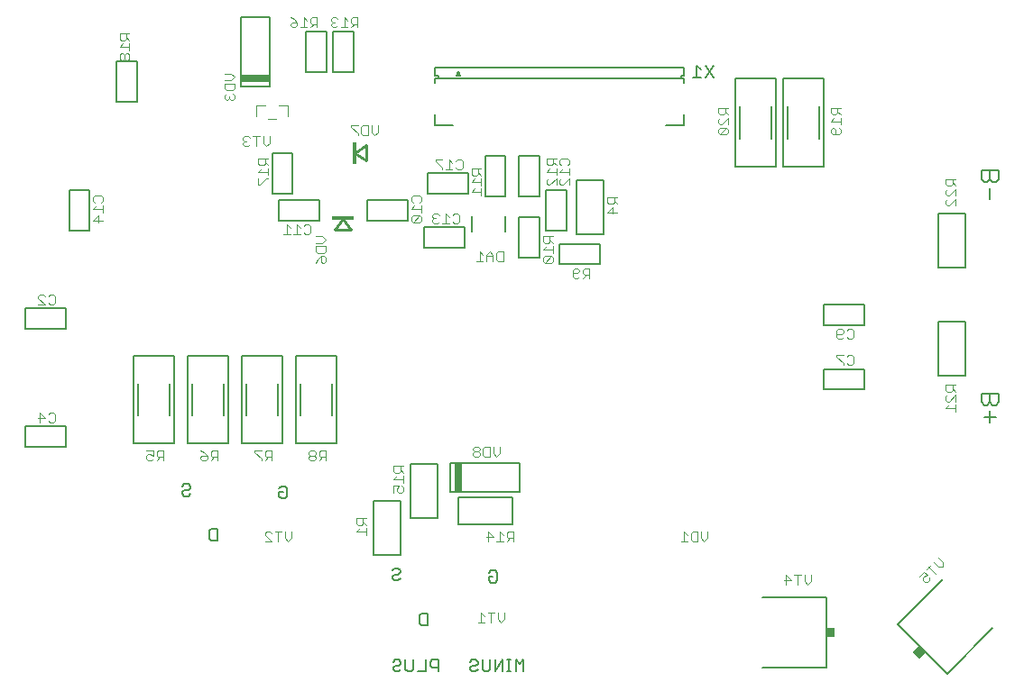
<source format=gbo>
G75*
%MOIN*%
%OFA0B0*%
%FSLAX25Y25*%
%IPPOS*%
%LPD*%
%AMOC8*
5,1,8,0,0,1.08239X$1,22.5*
%
%ADD10C,0.00600*%
%ADD11C,0.00500*%
%ADD12C,0.00400*%
%ADD13R,0.10000X0.02500*%
%ADD14C,0.00800*%
%ADD15R,0.03400X0.03000*%
%ADD16R,0.03000X0.03400*%
%ADD17C,0.00700*%
%ADD18R,0.02500X0.10000*%
%ADD19C,0.01000*%
%ADD20R,0.01181X0.08268*%
%ADD21R,0.08268X0.01181*%
D10*
X0087890Y0079475D02*
X0087890Y0082411D01*
X0088624Y0083145D01*
X0090826Y0083145D01*
X0090826Y0078741D01*
X0088624Y0078741D01*
X0087890Y0079475D01*
X0080092Y0095276D02*
X0080826Y0096010D01*
X0080092Y0095276D02*
X0078624Y0095276D01*
X0077890Y0096010D01*
X0077890Y0096744D01*
X0078624Y0097478D01*
X0080092Y0097478D01*
X0080826Y0098212D01*
X0080826Y0098946D01*
X0080092Y0099680D01*
X0078624Y0099680D01*
X0077890Y0098946D01*
X0113638Y0098159D02*
X0114372Y0098893D01*
X0115840Y0098893D01*
X0116574Y0098159D01*
X0116574Y0095223D01*
X0115840Y0094489D01*
X0114372Y0094489D01*
X0113638Y0095223D01*
X0113638Y0096691D01*
X0115106Y0096691D01*
X0113049Y0125102D02*
X0113049Y0136799D01*
X0121451Y0136799D02*
X0121451Y0125102D01*
X0133049Y0125102D02*
X0133049Y0136799D01*
X0101451Y0136799D02*
X0101451Y0125102D01*
X0093049Y0125102D02*
X0093049Y0136799D01*
X0081451Y0136799D02*
X0081451Y0125102D01*
X0073049Y0125102D02*
X0073049Y0136799D01*
X0061451Y0136799D02*
X0061451Y0125102D01*
X0155390Y0067696D02*
X0156124Y0068430D01*
X0157592Y0068430D01*
X0158326Y0067696D01*
X0158326Y0066962D01*
X0157592Y0066228D01*
X0156124Y0066228D01*
X0155390Y0065494D01*
X0155390Y0064760D01*
X0156124Y0064026D01*
X0157592Y0064026D01*
X0158326Y0064760D01*
X0166124Y0051895D02*
X0168326Y0051895D01*
X0168326Y0047491D01*
X0166124Y0047491D01*
X0165390Y0048225D01*
X0165390Y0051161D01*
X0166124Y0051895D01*
X0191138Y0063973D02*
X0191138Y0065441D01*
X0192606Y0065441D01*
X0191138Y0066909D02*
X0191872Y0067643D01*
X0193340Y0067643D01*
X0194074Y0066909D01*
X0194074Y0063973D01*
X0193340Y0063239D01*
X0191872Y0063239D01*
X0191138Y0063973D01*
X0197079Y0193193D02*
X0197079Y0198803D01*
X0184921Y0198803D02*
X0184921Y0193193D01*
X0266514Y0250050D02*
X0269450Y0250050D01*
X0267982Y0250050D02*
X0267982Y0254454D01*
X0269450Y0252986D01*
X0271118Y0254454D02*
X0274054Y0250050D01*
X0271118Y0250050D02*
X0274054Y0254454D01*
X0283951Y0239299D02*
X0283951Y0227602D01*
X0295549Y0227602D02*
X0295549Y0239299D01*
X0301451Y0239299D02*
X0301451Y0227602D01*
X0313049Y0227602D02*
X0313049Y0239299D01*
X0373045Y0215700D02*
X0373045Y0212497D01*
X0374112Y0211430D01*
X0375180Y0211430D01*
X0376247Y0212497D01*
X0376247Y0215700D01*
X0373045Y0215700D02*
X0379450Y0215700D01*
X0379450Y0212497D01*
X0378382Y0211430D01*
X0377315Y0211430D01*
X0376247Y0212497D01*
X0376247Y0209255D02*
X0376247Y0204984D01*
X0376247Y0133200D02*
X0376247Y0129997D01*
X0377315Y0128930D01*
X0378382Y0128930D01*
X0379450Y0129997D01*
X0379450Y0133200D01*
X0373045Y0133200D01*
X0373045Y0129997D01*
X0374112Y0128930D01*
X0375180Y0128930D01*
X0376247Y0129997D01*
X0376247Y0126755D02*
X0376247Y0122484D01*
X0374112Y0124619D02*
X0378382Y0124619D01*
D11*
X0367250Y0139750D02*
X0357250Y0139750D01*
X0357250Y0159750D01*
X0367250Y0159750D01*
X0367250Y0139750D01*
X0329750Y0142250D02*
X0329750Y0134750D01*
X0314750Y0134750D01*
X0314750Y0142250D01*
X0329750Y0142250D01*
X0329750Y0158500D02*
X0314750Y0158500D01*
X0314750Y0166000D01*
X0329750Y0166000D01*
X0329750Y0158500D01*
X0357250Y0179750D02*
X0357250Y0199750D01*
X0367250Y0199750D01*
X0367250Y0179750D01*
X0357250Y0179750D01*
X0314750Y0217250D02*
X0299750Y0217250D01*
X0299750Y0249750D01*
X0314750Y0249750D01*
X0314750Y0217250D01*
X0297250Y0217250D02*
X0282250Y0217250D01*
X0282250Y0249750D01*
X0297250Y0249750D01*
X0297250Y0217250D01*
X0233500Y0212250D02*
X0233500Y0192250D01*
X0223500Y0192250D01*
X0223500Y0212250D01*
X0233500Y0212250D01*
X0219750Y0208500D02*
X0219750Y0193500D01*
X0212250Y0193500D01*
X0212250Y0208500D01*
X0219750Y0208500D01*
X0209750Y0206000D02*
X0202250Y0206000D01*
X0202250Y0221000D01*
X0209750Y0221000D01*
X0209750Y0206000D01*
X0209750Y0198500D02*
X0202250Y0198500D01*
X0202250Y0183500D01*
X0209750Y0183500D01*
X0209750Y0198500D01*
X0197250Y0206000D02*
X0189750Y0206000D01*
X0189750Y0221000D01*
X0197250Y0221000D01*
X0197250Y0206000D01*
X0183500Y0207250D02*
X0168500Y0207250D01*
X0168500Y0214750D01*
X0183500Y0214750D01*
X0183500Y0207250D01*
X0182250Y0194750D02*
X0167250Y0194750D01*
X0167250Y0187250D01*
X0182250Y0187250D01*
X0182250Y0194750D01*
X0161000Y0197250D02*
X0161000Y0204750D01*
X0146000Y0204750D01*
X0146000Y0197250D01*
X0161000Y0197250D01*
X0128500Y0197250D02*
X0113500Y0197250D01*
X0113500Y0204750D01*
X0128500Y0204750D01*
X0128500Y0197250D01*
X0118500Y0207250D02*
X0111000Y0207250D01*
X0111000Y0222250D01*
X0118500Y0222250D01*
X0118500Y0207250D01*
X0110062Y0246937D02*
X0099437Y0246937D01*
X0099437Y0272563D01*
X0110062Y0272563D01*
X0110062Y0246937D01*
X0123500Y0252250D02*
X0131000Y0252250D01*
X0131000Y0267250D01*
X0123500Y0267250D01*
X0123500Y0252250D01*
X0133500Y0252250D02*
X0133500Y0267250D01*
X0141000Y0267250D01*
X0141000Y0252250D01*
X0133500Y0252250D01*
X0061000Y0256000D02*
X0061000Y0241000D01*
X0053500Y0241000D01*
X0053500Y0256000D01*
X0061000Y0256000D01*
X0043500Y0208500D02*
X0036000Y0208500D01*
X0036000Y0193500D01*
X0043500Y0193500D01*
X0043500Y0208500D01*
X0034750Y0164750D02*
X0019750Y0164750D01*
X0019750Y0157250D01*
X0034750Y0157250D01*
X0034750Y0164750D01*
X0059750Y0147250D02*
X0074750Y0147250D01*
X0074750Y0114750D01*
X0059750Y0114750D01*
X0059750Y0147250D01*
X0079750Y0147250D02*
X0094750Y0147250D01*
X0094750Y0114750D01*
X0079750Y0114750D01*
X0079750Y0147250D01*
X0099750Y0147250D02*
X0114750Y0147250D01*
X0114750Y0114750D01*
X0099750Y0114750D01*
X0099750Y0147250D01*
X0119750Y0147250D02*
X0134750Y0147250D01*
X0134750Y0114750D01*
X0119750Y0114750D01*
X0119750Y0147250D01*
X0162250Y0107250D02*
X0172250Y0107250D01*
X0172250Y0087250D01*
X0162250Y0087250D01*
X0162250Y0107250D01*
X0176937Y0107562D02*
X0176937Y0096937D01*
X0202562Y0096937D01*
X0202562Y0107562D01*
X0176937Y0107562D01*
X0179750Y0094750D02*
X0179750Y0084750D01*
X0199750Y0084750D01*
X0199750Y0094750D01*
X0179750Y0094750D01*
X0158500Y0093500D02*
X0158500Y0073500D01*
X0148500Y0073500D01*
X0148500Y0093500D01*
X0158500Y0093500D01*
X0034750Y0113500D02*
X0019750Y0113500D01*
X0019750Y0121000D01*
X0034750Y0121000D01*
X0034750Y0113500D01*
X0217250Y0181000D02*
X0217250Y0188500D01*
X0232250Y0188500D01*
X0232250Y0181000D01*
X0217250Y0181000D01*
D12*
X0214800Y0182157D02*
X0214800Y0183358D01*
X0214199Y0183958D01*
X0211797Y0181556D01*
X0214199Y0181556D01*
X0214800Y0182157D01*
X0214199Y0183958D02*
X0211797Y0183958D01*
X0211197Y0183358D01*
X0211197Y0182157D01*
X0211797Y0181556D01*
X0214800Y0185240D02*
X0214800Y0187642D01*
X0214800Y0186441D02*
X0211197Y0186441D01*
X0212398Y0187642D01*
X0211797Y0188923D02*
X0212998Y0188923D01*
X0213599Y0189523D01*
X0213599Y0191325D01*
X0214800Y0191325D02*
X0211197Y0191325D01*
X0211197Y0189523D01*
X0211797Y0188923D01*
X0213599Y0190124D02*
X0214800Y0188923D01*
X0222748Y0179553D02*
X0223949Y0179553D01*
X0224550Y0178953D01*
X0224550Y0178352D01*
X0223949Y0177752D01*
X0222148Y0177752D01*
X0222148Y0176551D02*
X0222148Y0178953D01*
X0222748Y0179553D01*
X0222148Y0176551D02*
X0222748Y0175950D01*
X0223949Y0175950D01*
X0224550Y0176551D01*
X0225831Y0175950D02*
X0227032Y0177151D01*
X0226432Y0177151D02*
X0228233Y0177151D01*
X0228233Y0175950D02*
X0228233Y0179553D01*
X0226432Y0179553D01*
X0225831Y0178953D01*
X0225831Y0177752D01*
X0226432Y0177151D01*
X0234947Y0200248D02*
X0236748Y0202050D01*
X0236748Y0199648D01*
X0234947Y0200248D02*
X0238550Y0200248D01*
X0238550Y0203331D02*
X0237349Y0204532D01*
X0237349Y0203932D02*
X0237349Y0205733D01*
X0238550Y0205733D02*
X0234947Y0205733D01*
X0234947Y0203932D01*
X0235547Y0203331D01*
X0236748Y0203331D01*
X0237349Y0203932D01*
X0220800Y0210306D02*
X0220800Y0212708D01*
X0218398Y0210306D01*
X0217797Y0210306D01*
X0217197Y0210907D01*
X0217197Y0212108D01*
X0217797Y0212708D01*
X0216050Y0212708D02*
X0213648Y0210306D01*
X0213047Y0210306D01*
X0212447Y0210907D01*
X0212447Y0212108D01*
X0213047Y0212708D01*
X0212447Y0215191D02*
X0216050Y0215191D01*
X0217197Y0215191D02*
X0218398Y0216392D01*
X0217797Y0217673D02*
X0217197Y0218273D01*
X0217197Y0219474D01*
X0217797Y0220075D01*
X0220199Y0220075D01*
X0220800Y0219474D01*
X0220800Y0218273D01*
X0220199Y0217673D01*
X0220800Y0216392D02*
X0220800Y0213990D01*
X0220800Y0215191D02*
X0217197Y0215191D01*
X0216050Y0216392D02*
X0216050Y0213990D01*
X0216050Y0212708D02*
X0216050Y0210306D01*
X0212447Y0215191D02*
X0213648Y0216392D01*
X0214248Y0217673D02*
X0214849Y0218273D01*
X0214849Y0220075D01*
X0216050Y0220075D02*
X0212447Y0220075D01*
X0212447Y0218273D01*
X0213047Y0217673D01*
X0214248Y0217673D01*
X0214849Y0218874D02*
X0216050Y0217673D01*
X0188300Y0216325D02*
X0184697Y0216325D01*
X0184697Y0214523D01*
X0185297Y0213923D01*
X0186498Y0213923D01*
X0187099Y0214523D01*
X0187099Y0216325D01*
X0187099Y0215124D02*
X0188300Y0213923D01*
X0188300Y0212642D02*
X0188300Y0210240D01*
X0188300Y0211441D02*
X0184697Y0211441D01*
X0185898Y0212642D01*
X0181325Y0216801D02*
X0180724Y0216200D01*
X0179523Y0216200D01*
X0178923Y0216801D01*
X0177642Y0216200D02*
X0175240Y0216200D01*
X0176441Y0216200D02*
X0176441Y0219803D01*
X0177642Y0218602D01*
X0178923Y0219203D02*
X0179523Y0219803D01*
X0180724Y0219803D01*
X0181325Y0219203D01*
X0181325Y0216801D01*
X0173958Y0216801D02*
X0173958Y0216200D01*
X0173958Y0216801D02*
X0171556Y0219203D01*
X0171556Y0219803D01*
X0173958Y0219803D01*
X0185898Y0208958D02*
X0184697Y0207757D01*
X0188300Y0207757D01*
X0188300Y0208958D02*
X0188300Y0206556D01*
X0180075Y0199203D02*
X0180075Y0196801D01*
X0179474Y0196200D01*
X0178273Y0196200D01*
X0177673Y0196801D01*
X0176392Y0196200D02*
X0173990Y0196200D01*
X0175191Y0196200D02*
X0175191Y0199803D01*
X0176392Y0198602D01*
X0177673Y0199203D02*
X0178273Y0199803D01*
X0179474Y0199803D01*
X0180075Y0199203D01*
X0172708Y0199203D02*
X0172108Y0199803D01*
X0170907Y0199803D01*
X0170306Y0199203D01*
X0170306Y0198602D01*
X0170907Y0198002D01*
X0170306Y0197401D01*
X0170306Y0196801D01*
X0170907Y0196200D01*
X0172108Y0196200D01*
X0172708Y0196801D01*
X0171507Y0198002D02*
X0170907Y0198002D01*
X0166050Y0198358D02*
X0165449Y0198958D01*
X0163047Y0196556D01*
X0165449Y0196556D01*
X0166050Y0197157D01*
X0166050Y0198358D01*
X0165449Y0198958D02*
X0163047Y0198958D01*
X0162447Y0198358D01*
X0162447Y0197157D01*
X0163047Y0196556D01*
X0166050Y0200240D02*
X0166050Y0202642D01*
X0166050Y0201441D02*
X0162447Y0201441D01*
X0163648Y0202642D01*
X0163047Y0203923D02*
X0162447Y0204523D01*
X0162447Y0205724D01*
X0163047Y0206325D01*
X0165449Y0206325D01*
X0166050Y0205724D01*
X0166050Y0204523D01*
X0165449Y0203923D01*
X0187757Y0185803D02*
X0187757Y0182200D01*
X0188958Y0182200D02*
X0186556Y0182200D01*
X0188958Y0184602D02*
X0187757Y0185803D01*
X0190240Y0184602D02*
X0190240Y0182200D01*
X0190240Y0184002D02*
X0192642Y0184002D01*
X0192642Y0184602D02*
X0191441Y0185803D01*
X0190240Y0184602D01*
X0192642Y0184602D02*
X0192642Y0182200D01*
X0193923Y0182801D02*
X0193923Y0185203D01*
X0194523Y0185803D01*
X0196325Y0185803D01*
X0196325Y0182200D01*
X0194523Y0182200D01*
X0193923Y0182801D01*
X0130800Y0183358D02*
X0130800Y0182157D01*
X0130199Y0181556D01*
X0129599Y0181556D01*
X0128998Y0182157D01*
X0128998Y0183958D01*
X0130199Y0183958D01*
X0130800Y0183358D01*
X0128998Y0183958D02*
X0127797Y0182757D01*
X0127197Y0181556D01*
X0127797Y0185240D02*
X0127197Y0185840D01*
X0127197Y0187642D01*
X0130800Y0187642D01*
X0130800Y0185840D01*
X0130199Y0185240D01*
X0127797Y0185240D01*
X0127197Y0188923D02*
X0129599Y0188923D01*
X0130800Y0190124D01*
X0129599Y0191325D01*
X0127197Y0191325D01*
X0125075Y0192801D02*
X0124474Y0192200D01*
X0123273Y0192200D01*
X0122673Y0192801D01*
X0121392Y0192200D02*
X0118990Y0192200D01*
X0120191Y0192200D02*
X0120191Y0195803D01*
X0121392Y0194602D01*
X0122673Y0195203D02*
X0123273Y0195803D01*
X0124474Y0195803D01*
X0125075Y0195203D01*
X0125075Y0192801D01*
X0117708Y0192200D02*
X0115306Y0192200D01*
X0116507Y0192200D02*
X0116507Y0195803D01*
X0117708Y0194602D01*
X0106547Y0210306D02*
X0105947Y0210306D01*
X0105947Y0212708D01*
X0106547Y0210306D02*
X0108949Y0212708D01*
X0109550Y0212708D01*
X0109550Y0213990D02*
X0109550Y0216392D01*
X0109550Y0215191D02*
X0105947Y0215191D01*
X0107148Y0216392D01*
X0107748Y0217673D02*
X0108349Y0218273D01*
X0108349Y0220075D01*
X0109550Y0220075D02*
X0105947Y0220075D01*
X0105947Y0218273D01*
X0106547Y0217673D01*
X0107748Y0217673D01*
X0108349Y0218874D02*
X0109550Y0217673D01*
X0108874Y0224700D02*
X0107673Y0225901D01*
X0107673Y0228303D01*
X0106392Y0228303D02*
X0103990Y0228303D01*
X0105191Y0228303D02*
X0105191Y0224700D01*
X0102708Y0225301D02*
X0102108Y0224700D01*
X0100907Y0224700D01*
X0100306Y0225301D01*
X0100306Y0225901D01*
X0100907Y0226502D01*
X0101507Y0226502D01*
X0100907Y0226502D02*
X0100306Y0227102D01*
X0100306Y0227703D01*
X0100907Y0228303D01*
X0102108Y0228303D01*
X0102708Y0227703D01*
X0108874Y0224700D02*
X0110075Y0225901D01*
X0110075Y0228303D01*
X0109500Y0234750D02*
X0112500Y0234750D01*
X0116709Y0235691D02*
X0116709Y0239809D01*
X0113362Y0239809D01*
X0108638Y0239809D02*
X0105291Y0239809D01*
X0105291Y0235691D01*
X0097050Y0242423D02*
X0097050Y0243624D01*
X0096449Y0244225D01*
X0096449Y0245506D02*
X0094047Y0245506D01*
X0093447Y0246107D01*
X0093447Y0247908D01*
X0097050Y0247908D01*
X0097050Y0246107D01*
X0096449Y0245506D01*
X0094047Y0244225D02*
X0093447Y0243624D01*
X0093447Y0242423D01*
X0094047Y0241823D01*
X0094648Y0241823D01*
X0095248Y0242423D01*
X0095849Y0241823D01*
X0096449Y0241823D01*
X0097050Y0242423D01*
X0095248Y0242423D02*
X0095248Y0243024D01*
X0095849Y0249189D02*
X0093447Y0249189D01*
X0095849Y0249189D02*
X0097050Y0250390D01*
X0095849Y0251591D01*
X0093447Y0251591D01*
X0117806Y0269301D02*
X0117806Y0269901D01*
X0118407Y0270502D01*
X0120208Y0270502D01*
X0120208Y0269301D01*
X0119608Y0268700D01*
X0118407Y0268700D01*
X0117806Y0269301D01*
X0119007Y0271703D02*
X0117806Y0272303D01*
X0119007Y0271703D02*
X0120208Y0270502D01*
X0121490Y0268700D02*
X0123892Y0268700D01*
X0122691Y0268700D02*
X0122691Y0272303D01*
X0123892Y0271102D01*
X0125173Y0270502D02*
X0125773Y0269901D01*
X0127575Y0269901D01*
X0127575Y0268700D02*
X0127575Y0272303D01*
X0125773Y0272303D01*
X0125173Y0271703D01*
X0125173Y0270502D01*
X0126374Y0269901D02*
X0125173Y0268700D01*
X0132806Y0269301D02*
X0133407Y0268700D01*
X0134608Y0268700D01*
X0135208Y0269301D01*
X0136490Y0268700D02*
X0138892Y0268700D01*
X0137691Y0268700D02*
X0137691Y0272303D01*
X0138892Y0271102D01*
X0140173Y0270502D02*
X0140773Y0269901D01*
X0142575Y0269901D01*
X0142575Y0268700D02*
X0142575Y0272303D01*
X0140773Y0272303D01*
X0140173Y0271703D01*
X0140173Y0270502D01*
X0141374Y0269901D02*
X0140173Y0268700D01*
X0135208Y0271703D02*
X0134608Y0272303D01*
X0133407Y0272303D01*
X0132806Y0271703D01*
X0132806Y0271102D01*
X0133407Y0270502D01*
X0132806Y0269901D01*
X0132806Y0269301D01*
X0133407Y0270502D02*
X0134007Y0270502D01*
X0140306Y0232303D02*
X0140306Y0231703D01*
X0142708Y0229301D01*
X0142708Y0228700D01*
X0143990Y0229301D02*
X0143990Y0231703D01*
X0144590Y0232303D01*
X0146392Y0232303D01*
X0146392Y0228700D01*
X0144590Y0228700D01*
X0143990Y0229301D01*
X0142708Y0232303D02*
X0140306Y0232303D01*
X0147673Y0232303D02*
X0147673Y0229901D01*
X0148874Y0228700D01*
X0150075Y0229901D01*
X0150075Y0232303D01*
X0058300Y0257157D02*
X0058300Y0258358D01*
X0057699Y0258958D01*
X0057099Y0258958D01*
X0056498Y0258358D01*
X0056498Y0257157D01*
X0057099Y0256556D01*
X0057699Y0256556D01*
X0058300Y0257157D01*
X0056498Y0257157D02*
X0055898Y0256556D01*
X0055297Y0256556D01*
X0054697Y0257157D01*
X0054697Y0258358D01*
X0055297Y0258958D01*
X0055898Y0258958D01*
X0056498Y0258358D01*
X0058300Y0260240D02*
X0058300Y0262642D01*
X0058300Y0261441D02*
X0054697Y0261441D01*
X0055898Y0262642D01*
X0056498Y0263923D02*
X0057099Y0264523D01*
X0057099Y0266325D01*
X0058300Y0266325D02*
X0054697Y0266325D01*
X0054697Y0264523D01*
X0055297Y0263923D01*
X0056498Y0263923D01*
X0057099Y0265124D02*
X0058300Y0263923D01*
X0047949Y0206325D02*
X0048550Y0205724D01*
X0048550Y0204523D01*
X0047949Y0203923D01*
X0048550Y0202642D02*
X0048550Y0200240D01*
X0048550Y0201441D02*
X0044947Y0201441D01*
X0046148Y0202642D01*
X0045547Y0203923D02*
X0044947Y0204523D01*
X0044947Y0205724D01*
X0045547Y0206325D01*
X0047949Y0206325D01*
X0046748Y0198958D02*
X0046748Y0196556D01*
X0044947Y0197157D02*
X0048550Y0197157D01*
X0046748Y0198958D02*
X0044947Y0197157D01*
X0030133Y0169803D02*
X0030733Y0169203D01*
X0030733Y0166801D01*
X0030133Y0166200D01*
X0028932Y0166200D01*
X0028331Y0166801D01*
X0027050Y0166200D02*
X0024648Y0168602D01*
X0024648Y0169203D01*
X0025248Y0169803D01*
X0026449Y0169803D01*
X0027050Y0169203D01*
X0028331Y0169203D02*
X0028932Y0169803D01*
X0030133Y0169803D01*
X0027050Y0166200D02*
X0024648Y0166200D01*
X0025248Y0126053D02*
X0027050Y0124252D01*
X0024648Y0124252D01*
X0025248Y0126053D02*
X0025248Y0122450D01*
X0028331Y0123051D02*
X0028932Y0122450D01*
X0030133Y0122450D01*
X0030733Y0123051D01*
X0030733Y0125453D01*
X0030133Y0126053D01*
X0028932Y0126053D01*
X0028331Y0125453D01*
X0064648Y0112053D02*
X0067050Y0112053D01*
X0067050Y0110252D01*
X0065849Y0110852D01*
X0065248Y0110852D01*
X0064648Y0110252D01*
X0064648Y0109051D01*
X0065248Y0108450D01*
X0066449Y0108450D01*
X0067050Y0109051D01*
X0068331Y0108450D02*
X0069532Y0109651D01*
X0068932Y0109651D02*
X0070733Y0109651D01*
X0070733Y0108450D02*
X0070733Y0112053D01*
X0068932Y0112053D01*
X0068331Y0111453D01*
X0068331Y0110252D01*
X0068932Y0109651D01*
X0084648Y0109651D02*
X0084648Y0109051D01*
X0085248Y0108450D01*
X0086449Y0108450D01*
X0087050Y0109051D01*
X0087050Y0110252D01*
X0085248Y0110252D01*
X0084648Y0109651D01*
X0085849Y0111453D02*
X0087050Y0110252D01*
X0088331Y0110252D02*
X0088932Y0109651D01*
X0090733Y0109651D01*
X0089532Y0109651D02*
X0088331Y0108450D01*
X0088331Y0110252D02*
X0088331Y0111453D01*
X0088932Y0112053D01*
X0090733Y0112053D01*
X0090733Y0108450D01*
X0085849Y0111453D02*
X0084648Y0112053D01*
X0104648Y0112053D02*
X0104648Y0111453D01*
X0107050Y0109051D01*
X0107050Y0108450D01*
X0108331Y0108450D02*
X0109532Y0109651D01*
X0108932Y0109651D02*
X0110733Y0109651D01*
X0110733Y0108450D02*
X0110733Y0112053D01*
X0108932Y0112053D01*
X0108331Y0111453D01*
X0108331Y0110252D01*
X0108932Y0109651D01*
X0107050Y0112053D02*
X0104648Y0112053D01*
X0124648Y0111453D02*
X0124648Y0110852D01*
X0125248Y0110252D01*
X0126449Y0110252D01*
X0127050Y0110852D01*
X0127050Y0111453D01*
X0126449Y0112053D01*
X0125248Y0112053D01*
X0124648Y0111453D01*
X0125248Y0110252D02*
X0124648Y0109651D01*
X0124648Y0109051D01*
X0125248Y0108450D01*
X0126449Y0108450D01*
X0127050Y0109051D01*
X0127050Y0109651D01*
X0126449Y0110252D01*
X0128331Y0110252D02*
X0128932Y0109651D01*
X0130733Y0109651D01*
X0129532Y0109651D02*
X0128331Y0108450D01*
X0128331Y0110252D02*
X0128331Y0111453D01*
X0128932Y0112053D01*
X0130733Y0112053D01*
X0130733Y0108450D01*
X0142197Y0086983D02*
X0142197Y0085182D01*
X0142797Y0084581D01*
X0143998Y0084581D01*
X0144599Y0085182D01*
X0144599Y0086983D01*
X0144599Y0085782D02*
X0145800Y0084581D01*
X0145800Y0083300D02*
X0145800Y0080898D01*
X0145800Y0082099D02*
X0142197Y0082099D01*
X0143398Y0083300D01*
X0142197Y0086983D02*
X0145800Y0086983D01*
X0155947Y0096556D02*
X0155947Y0098958D01*
X0157748Y0098958D01*
X0157148Y0097757D01*
X0157148Y0097157D01*
X0157748Y0096556D01*
X0158949Y0096556D01*
X0159550Y0097157D01*
X0159550Y0098358D01*
X0158949Y0098958D01*
X0159550Y0100240D02*
X0159550Y0102642D01*
X0159550Y0101441D02*
X0155947Y0101441D01*
X0157148Y0102642D01*
X0157748Y0103923D02*
X0158349Y0104523D01*
X0158349Y0106325D01*
X0159550Y0106325D02*
X0155947Y0106325D01*
X0155947Y0104523D01*
X0156547Y0103923D01*
X0157748Y0103923D01*
X0158349Y0105124D02*
X0159550Y0103923D01*
X0185306Y0110551D02*
X0185907Y0109950D01*
X0187108Y0109950D01*
X0187708Y0110551D01*
X0187708Y0111151D01*
X0187108Y0111752D01*
X0185907Y0111752D01*
X0185306Y0111151D01*
X0185306Y0110551D01*
X0185907Y0111752D02*
X0185306Y0112352D01*
X0185306Y0112953D01*
X0185907Y0113553D01*
X0187108Y0113553D01*
X0187708Y0112953D01*
X0187708Y0112352D01*
X0187108Y0111752D01*
X0188990Y0112953D02*
X0189590Y0113553D01*
X0191392Y0113553D01*
X0191392Y0109950D01*
X0189590Y0109950D01*
X0188990Y0110551D01*
X0188990Y0112953D01*
X0192673Y0113553D02*
X0192673Y0111151D01*
X0193874Y0109950D01*
X0195075Y0111151D01*
X0195075Y0113553D01*
X0195191Y0082053D02*
X0195191Y0078450D01*
X0196392Y0078450D02*
X0193990Y0078450D01*
X0192708Y0080252D02*
X0190306Y0080252D01*
X0190907Y0082053D02*
X0190907Y0078450D01*
X0192708Y0080252D02*
X0190907Y0082053D01*
X0195191Y0082053D02*
X0196392Y0080852D01*
X0197673Y0080252D02*
X0198273Y0079651D01*
X0200075Y0079651D01*
X0200075Y0078450D02*
X0200075Y0082053D01*
X0198273Y0082053D01*
X0197673Y0081453D01*
X0197673Y0080252D01*
X0198874Y0079651D02*
X0197673Y0078450D01*
X0196849Y0052053D02*
X0196849Y0049651D01*
X0195648Y0048450D01*
X0194447Y0049651D01*
X0194447Y0052053D01*
X0193166Y0052053D02*
X0190764Y0052053D01*
X0191965Y0052053D02*
X0191965Y0048450D01*
X0189483Y0048450D02*
X0187081Y0048450D01*
X0188282Y0048450D02*
X0188282Y0052053D01*
X0189483Y0050852D01*
X0118099Y0079651D02*
X0116898Y0078450D01*
X0115697Y0079651D01*
X0115697Y0082053D01*
X0114416Y0082053D02*
X0112014Y0082053D01*
X0113215Y0082053D02*
X0113215Y0078450D01*
X0110733Y0078450D02*
X0108331Y0080852D01*
X0108331Y0081453D01*
X0108932Y0082053D01*
X0110133Y0082053D01*
X0110733Y0081453D01*
X0110733Y0078450D02*
X0108331Y0078450D01*
X0118099Y0079651D02*
X0118099Y0082053D01*
X0262081Y0078450D02*
X0264483Y0078450D01*
X0263282Y0078450D02*
X0263282Y0082053D01*
X0264483Y0080852D01*
X0265764Y0081453D02*
X0266365Y0082053D01*
X0268166Y0082053D01*
X0268166Y0078450D01*
X0266365Y0078450D01*
X0265764Y0079051D01*
X0265764Y0081453D01*
X0269447Y0082053D02*
X0269447Y0079651D01*
X0270648Y0078450D01*
X0271849Y0079651D01*
X0271849Y0082053D01*
X0300907Y0066053D02*
X0300907Y0062450D01*
X0300306Y0064252D02*
X0302708Y0064252D01*
X0300907Y0066053D01*
X0303990Y0066053D02*
X0306392Y0066053D01*
X0305191Y0066053D02*
X0305191Y0062450D01*
X0307673Y0063651D02*
X0307673Y0066053D01*
X0310075Y0066053D02*
X0310075Y0063651D01*
X0308874Y0062450D01*
X0307673Y0063651D01*
X0350169Y0065547D02*
X0351867Y0067246D01*
X0353141Y0065972D01*
X0351867Y0065547D01*
X0351443Y0065122D01*
X0351443Y0064273D01*
X0352292Y0063424D01*
X0353141Y0063424D01*
X0353990Y0064273D01*
X0353990Y0065122D01*
X0356170Y0066453D02*
X0353622Y0069001D01*
X0354472Y0069850D02*
X0352773Y0068151D01*
X0355377Y0070756D02*
X0357076Y0069057D01*
X0358774Y0069057D01*
X0358774Y0070756D01*
X0357076Y0072454D01*
X0363550Y0126556D02*
X0363550Y0128958D01*
X0363550Y0127757D02*
X0359947Y0127757D01*
X0361148Y0128958D01*
X0361148Y0130240D02*
X0360547Y0130240D01*
X0359947Y0130840D01*
X0359947Y0132041D01*
X0360547Y0132642D01*
X0360547Y0133923D02*
X0361748Y0133923D01*
X0362349Y0134523D01*
X0362349Y0136325D01*
X0363550Y0136325D02*
X0359947Y0136325D01*
X0359947Y0134523D01*
X0360547Y0133923D01*
X0362349Y0135124D02*
X0363550Y0133923D01*
X0363550Y0132642D02*
X0361148Y0130240D01*
X0363550Y0130240D02*
X0363550Y0132642D01*
X0325733Y0144301D02*
X0325133Y0143700D01*
X0323932Y0143700D01*
X0323331Y0144301D01*
X0322050Y0144301D02*
X0322050Y0143700D01*
X0322050Y0144301D02*
X0319648Y0146703D01*
X0319648Y0147303D01*
X0322050Y0147303D01*
X0323331Y0146703D02*
X0323932Y0147303D01*
X0325133Y0147303D01*
X0325733Y0146703D01*
X0325733Y0144301D01*
X0325133Y0153450D02*
X0323932Y0153450D01*
X0323331Y0154051D01*
X0322050Y0154051D02*
X0321449Y0153450D01*
X0320248Y0153450D01*
X0319648Y0154051D01*
X0319648Y0156453D01*
X0320248Y0157053D01*
X0321449Y0157053D01*
X0322050Y0156453D01*
X0322050Y0155852D01*
X0321449Y0155252D01*
X0319648Y0155252D01*
X0323331Y0156453D02*
X0323932Y0157053D01*
X0325133Y0157053D01*
X0325733Y0156453D01*
X0325733Y0154051D01*
X0325133Y0153450D01*
X0360547Y0202806D02*
X0359947Y0203407D01*
X0359947Y0204608D01*
X0360547Y0205208D01*
X0360547Y0206490D02*
X0359947Y0207090D01*
X0359947Y0208291D01*
X0360547Y0208892D01*
X0360547Y0210173D02*
X0359947Y0210773D01*
X0359947Y0212575D01*
X0363550Y0212575D01*
X0362349Y0212575D02*
X0362349Y0210773D01*
X0361748Y0210173D01*
X0360547Y0210173D01*
X0362349Y0211374D02*
X0363550Y0210173D01*
X0363550Y0208892D02*
X0361148Y0206490D01*
X0360547Y0206490D01*
X0363550Y0206490D02*
X0363550Y0208892D01*
X0363550Y0205208D02*
X0361148Y0202806D01*
X0360547Y0202806D01*
X0363550Y0202806D02*
X0363550Y0205208D01*
X0321050Y0229657D02*
X0320449Y0229056D01*
X0318047Y0229056D01*
X0317447Y0229657D01*
X0317447Y0230858D01*
X0318047Y0231458D01*
X0318648Y0231458D01*
X0319248Y0230858D01*
X0319248Y0229056D01*
X0321050Y0229657D02*
X0321050Y0230858D01*
X0320449Y0231458D01*
X0321050Y0232740D02*
X0321050Y0235142D01*
X0321050Y0233941D02*
X0317447Y0233941D01*
X0318648Y0235142D01*
X0319248Y0236423D02*
X0319849Y0237023D01*
X0319849Y0238825D01*
X0321050Y0238825D02*
X0317447Y0238825D01*
X0317447Y0237023D01*
X0318047Y0236423D01*
X0319248Y0236423D01*
X0319849Y0237624D02*
X0321050Y0236423D01*
X0279550Y0236423D02*
X0278349Y0237624D01*
X0278349Y0237023D02*
X0278349Y0238825D01*
X0279550Y0238825D02*
X0275947Y0238825D01*
X0275947Y0237023D01*
X0276547Y0236423D01*
X0277748Y0236423D01*
X0278349Y0237023D01*
X0279550Y0235142D02*
X0277148Y0232740D01*
X0276547Y0232740D01*
X0275947Y0233340D01*
X0275947Y0234541D01*
X0276547Y0235142D01*
X0279550Y0235142D02*
X0279550Y0232740D01*
X0278949Y0231458D02*
X0276547Y0231458D01*
X0275947Y0230858D01*
X0275947Y0229657D01*
X0276547Y0229056D01*
X0278949Y0231458D01*
X0279550Y0230858D01*
X0279550Y0229657D01*
X0278949Y0229056D01*
X0276547Y0229056D01*
D13*
X0104750Y0249750D03*
D14*
X0171187Y0249730D02*
X0171187Y0248156D01*
X0171187Y0249730D02*
X0172368Y0249730D01*
X0262132Y0249730D01*
X0263313Y0249730D01*
X0263313Y0248156D01*
X0262132Y0249730D02*
X0262132Y0250911D01*
X0263313Y0250911D01*
X0263313Y0253667D01*
X0171187Y0253667D01*
X0171187Y0250911D01*
X0172368Y0250911D01*
X0172368Y0249730D01*
X0179061Y0250911D02*
X0180636Y0250911D01*
X0179848Y0252486D01*
X0179061Y0250911D01*
X0179445Y0251680D02*
X0180252Y0251680D01*
X0179852Y0252478D02*
X0179844Y0252478D01*
X0171187Y0236344D02*
X0171187Y0232407D01*
X0177880Y0232407D01*
X0256620Y0232407D02*
X0263313Y0232407D01*
X0263313Y0236344D01*
X0358806Y0064549D02*
X0342117Y0047862D01*
X0360362Y0029617D01*
X0377049Y0046306D01*
X0315750Y0057652D02*
X0315750Y0031848D01*
X0292150Y0031850D01*
X0292150Y0057650D02*
X0315750Y0057652D01*
D15*
G36*
X0349755Y0039658D02*
X0352158Y0037255D01*
X0350037Y0035134D01*
X0347634Y0037537D01*
X0349755Y0039658D01*
G37*
D16*
X0317650Y0044750D03*
D17*
X0203893Y0034654D02*
X0203893Y0030350D01*
X0201023Y0030350D02*
X0201023Y0034654D01*
X0202458Y0033219D01*
X0203893Y0034654D01*
X0199289Y0034654D02*
X0197854Y0034654D01*
X0198571Y0034654D02*
X0198571Y0030350D01*
X0197854Y0030350D02*
X0199289Y0030350D01*
X0196219Y0030350D02*
X0196219Y0034654D01*
X0193350Y0030350D01*
X0193350Y0034654D01*
X0191615Y0034654D02*
X0191615Y0031067D01*
X0190898Y0030350D01*
X0189464Y0030350D01*
X0188746Y0031067D01*
X0188746Y0034654D01*
X0187011Y0033936D02*
X0187011Y0033219D01*
X0186294Y0032502D01*
X0184860Y0032502D01*
X0184142Y0031785D01*
X0184142Y0031067D01*
X0184860Y0030350D01*
X0186294Y0030350D01*
X0187011Y0031067D01*
X0187011Y0033936D02*
X0186294Y0034654D01*
X0184860Y0034654D01*
X0184142Y0033936D01*
X0172358Y0034654D02*
X0172358Y0030350D01*
X0172358Y0031785D02*
X0170206Y0031785D01*
X0169489Y0032502D01*
X0169489Y0033936D01*
X0170206Y0034654D01*
X0172358Y0034654D01*
X0167754Y0034654D02*
X0167754Y0030350D01*
X0164885Y0030350D01*
X0163150Y0031067D02*
X0162433Y0030350D01*
X0160998Y0030350D01*
X0160281Y0031067D01*
X0160281Y0034654D01*
X0158546Y0033936D02*
X0158546Y0033219D01*
X0157829Y0032502D01*
X0156394Y0032502D01*
X0155677Y0031785D01*
X0155677Y0031067D01*
X0156394Y0030350D01*
X0157829Y0030350D01*
X0158546Y0031067D01*
X0158546Y0033936D02*
X0157829Y0034654D01*
X0156394Y0034654D01*
X0155677Y0033936D01*
X0163150Y0034654D02*
X0163150Y0031067D01*
D18*
X0179750Y0102250D03*
D19*
X0140006Y0193766D02*
X0134297Y0193766D01*
X0137250Y0197900D01*
X0140006Y0193766D01*
X0145734Y0219297D02*
X0145734Y0225006D01*
X0141600Y0222250D01*
X0145734Y0219297D01*
D20*
X0141404Y0222250D03*
D21*
X0137250Y0198096D03*
M02*

</source>
